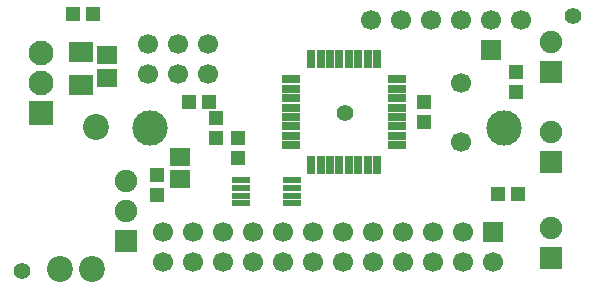
<source format=gbr>
G04 DipTrace 3.0.0.2*
G04 TopMask.gbr*
%MOIN*%
G04 #@! TF.FileFunction,Soldermask,Top*
G04 #@! TF.Part,Single*
%AMOUTLINE1*
4,1,4,
0.031496,-0.011811,
-0.031496,-0.011811,
-0.031496,0.011811,
0.031496,0.011811,
0.031496,-0.011811,
0*%
%AMOUTLINE4*
4,1,4,
0.011811,0.031496,
0.011811,-0.031496,
-0.011811,-0.031496,
-0.011811,0.031496,
0.011811,0.031496,
0*%
%ADD27C,0.066929*%
%ADD28C,0.066929*%
%ADD30R,0.066929X0.066929*%
%ADD31C,0.055118*%
%ADD33C,0.086614*%
%ADD36R,0.074803X0.074803*%
%ADD38C,0.074803*%
%ADD50C,0.11811*%
%ADD57R,0.062992X0.023622*%
%ADD64C,0.082677*%
%ADD65R,0.082677X0.082677*%
%ADD67R,0.066929X0.059055*%
%ADD69R,0.051181X0.047244*%
%ADD71R,0.07874X0.070866*%
%ADD73R,0.047244X0.051181*%
%ADD83OUTLINE1*%
%ADD86OUTLINE4*%
%FSLAX26Y26*%
G04*
G70*
G90*
G75*
G01*
G04 TopMask*
%LPD*%
D73*
X1806348Y1031287D3*
Y964358D3*
D71*
X662479Y1088579D3*
Y1198815D3*
D69*
X1025017Y1031287D3*
X1091946D3*
D67*
X749988Y1112546D3*
Y1187349D3*
X993718Y849923D3*
Y775119D3*
D38*
X2231399Y1231298D3*
D36*
Y1131298D3*
X2231224Y512423D3*
D38*
Y612423D3*
D31*
X468701Y468720D3*
X2303150Y1318917D3*
X1543701Y993720D3*
D50*
X893762Y943778D3*
X2075122D3*
D36*
X812487Y568739D3*
D38*
Y668739D3*
Y768739D3*
D33*
X593723Y474924D3*
X699972Y474979D3*
D28*
X1631223Y1306173D3*
X1731223D3*
X1831223D3*
X1931223D3*
X2031223D3*
X2131224D3*
D33*
X712484Y950029D3*
D30*
X2031373Y1206306D3*
D73*
X918723Y722610D3*
Y789539D3*
D69*
X2053912Y724924D3*
X2120841D3*
D73*
X2112476Y1133283D3*
Y1066354D3*
X1112526Y912525D3*
Y979454D3*
X1187534Y843768D3*
Y910697D3*
D69*
X637476Y1325068D3*
X704406D3*
D36*
X2231224Y831173D3*
D38*
Y931173D3*
D65*
X531220Y993673D3*
D64*
Y1093673D3*
Y1193673D3*
D30*
X2037474Y599921D3*
D27*
Y499921D3*
X1937474Y599921D3*
Y499921D3*
X1837474Y599921D3*
Y499921D3*
X1737474Y599921D3*
Y499921D3*
X1637474Y599921D3*
Y499921D3*
X1537474Y599921D3*
Y499921D3*
X1437474Y599921D3*
Y499921D3*
X1337474Y599921D3*
Y499921D3*
X1237474Y599921D3*
Y499921D3*
X1137474Y599921D3*
Y499921D3*
X1037474Y599921D3*
Y499921D3*
X937474Y599921D3*
Y499921D3*
D83*
X1718146Y887522D3*
Y919018D3*
Y950514D3*
Y982010D3*
Y1013507D3*
Y1045003D3*
Y1076499D3*
Y1107995D3*
X1363815Y887522D3*
Y919018D3*
Y950514D3*
Y982010D3*
Y1013507D3*
Y1045003D3*
Y1076499D3*
Y1107995D3*
D86*
X1651217Y1174924D3*
X1619720D3*
X1588224D3*
X1556728D3*
X1525232D3*
X1493736D3*
X1462240D3*
X1430744D3*
X1651217Y820593D3*
X1619720D3*
X1588224D3*
X1556728D3*
X1525232D3*
X1493736D3*
X1462240D3*
X1430744D3*
D27*
X1931354Y1093794D3*
Y900054D3*
D57*
X1368803Y693752D3*
Y719342D3*
Y744933D3*
Y770524D3*
X1195575D3*
Y744933D3*
Y719342D3*
Y693752D3*
D27*
X887476Y1124924D3*
X987476D3*
X1087476D3*
Y1224924D3*
X987476D3*
X887476D3*
M02*

</source>
